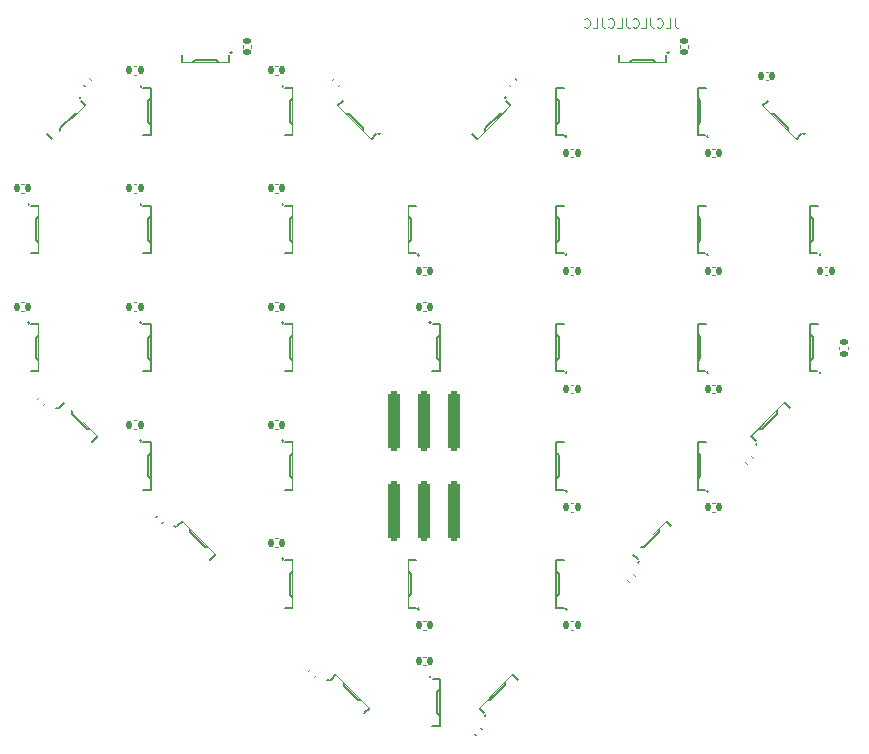
<source format=gbr>
%TF.GenerationSoftware,KiCad,Pcbnew,7.0.7*%
%TF.CreationDate,2023-11-30T00:30:33+01:00*%
%TF.ProjectId,geheimbadge,67656865-696d-4626-9164-67652e6b6963,0.1.0*%
%TF.SameCoordinates,Original*%
%TF.FileFunction,Legend,Bot*%
%TF.FilePolarity,Positive*%
%FSLAX46Y46*%
G04 Gerber Fmt 4.6, Leading zero omitted, Abs format (unit mm)*
G04 Created by KiCad (PCBNEW 7.0.7) date 2023-11-30 00:30:33*
%MOMM*%
%LPD*%
G01*
G04 APERTURE LIST*
G04 Aperture macros list*
%AMRoundRect*
0 Rectangle with rounded corners*
0 $1 Rounding radius*
0 $2 $3 $4 $5 $6 $7 $8 $9 X,Y pos of 4 corners*
0 Add a 4 corners polygon primitive as box body*
4,1,4,$2,$3,$4,$5,$6,$7,$8,$9,$2,$3,0*
0 Add four circle primitives for the rounded corners*
1,1,$1+$1,$2,$3*
1,1,$1+$1,$4,$5*
1,1,$1+$1,$6,$7*
1,1,$1+$1,$8,$9*
0 Add four rect primitives between the rounded corners*
20,1,$1+$1,$2,$3,$4,$5,0*
20,1,$1+$1,$4,$5,$6,$7,0*
20,1,$1+$1,$6,$7,$8,$9,0*
20,1,$1+$1,$8,$9,$2,$3,0*%
%AMRotRect*
0 Rectangle, with rotation*
0 The origin of the aperture is its center*
0 $1 length*
0 $2 width*
0 $3 Rotation angle, in degrees counterclockwise*
0 Add horizontal line*
21,1,$1,$2,0,0,$3*%
%AMFreePoly0*
4,1,27,0.535355,0.635355,0.550000,0.600000,0.550000,-0.600000,0.535355,-0.635355,0.500000,-0.650000,-0.050000,-0.650000,-0.085355,-0.635355,-0.100000,-0.600000,-0.100000,-0.486441,-0.207708,-0.454816,-0.293003,-0.400000,-0.500000,-0.400000,-0.535355,-0.385355,-0.550000,-0.350000,-0.550000,0.200000,-0.535355,0.235355,-0.500000,0.250000,-0.429907,0.250000,-0.420627,0.270320,-0.327430,0.377875,
-0.207708,0.454816,-0.100000,0.486441,-0.100000,0.600000,-0.085355,0.635355,-0.050000,0.650000,0.500000,0.650000,0.535355,0.635355,0.535355,0.635355,$1*%
%AMFreePoly1*
4,1,27,0.085355,0.635355,0.100000,0.600000,0.100000,0.486441,0.207708,0.454816,0.327430,0.377875,0.420627,0.270320,0.429907,0.250000,0.500000,0.250000,0.535355,0.235355,0.550000,0.200000,0.550000,-0.350000,0.535355,-0.385355,0.500000,-0.400000,0.293003,-0.400000,0.207708,-0.454816,0.100000,-0.486441,0.100000,-0.600000,0.085355,-0.635355,0.050000,-0.650000,-0.500000,-0.650000,
-0.535355,-0.635355,-0.550000,-0.600000,-0.550000,0.600000,-0.535355,0.635355,-0.500000,0.650000,0.050000,0.650000,0.085355,0.635355,0.085355,0.635355,$1*%
G04 Aperture macros list end*
%ADD10C,0.120000*%
%ADD11C,0.152000*%
%ADD12C,0.150000*%
%ADD13RoundRect,0.140000X-0.140000X-0.170000X0.140000X-0.170000X0.140000X0.170000X-0.140000X0.170000X0*%
%ADD14RoundRect,0.140000X0.219203X0.021213X0.021213X0.219203X-0.219203X-0.021213X-0.021213X-0.219203X0*%
%ADD15FreePoly0,270.000000*%
%ADD16R,1.200000X0.700000*%
%ADD17R,1.200000X0.450000*%
%ADD18FreePoly1,270.000000*%
%ADD19RoundRect,0.140000X-0.021213X0.219203X-0.219203X0.021213X0.021213X-0.219203X0.219203X-0.021213X0*%
%ADD20FreePoly0,90.000000*%
%ADD21FreePoly1,90.000000*%
%ADD22RoundRect,0.140000X0.021213X-0.219203X0.219203X-0.021213X-0.021213X0.219203X-0.219203X0.021213X0*%
%ADD23RoundRect,0.140000X0.140000X0.170000X-0.140000X0.170000X-0.140000X-0.170000X0.140000X-0.170000X0*%
%ADD24FreePoly0,180.000000*%
%ADD25R,0.700000X1.200000*%
%ADD26R,0.450000X1.200000*%
%ADD27FreePoly1,180.000000*%
%ADD28RoundRect,0.255000X-0.255000X2.245000X-0.255000X-2.245000X0.255000X-2.245000X0.255000X2.245000X0*%
%ADD29FreePoly0,315.000000*%
%ADD30RotRect,0.700000X1.200000X315.000000*%
%ADD31RotRect,0.450000X1.200000X315.000000*%
%ADD32FreePoly1,315.000000*%
%ADD33FreePoly0,135.000000*%
%ADD34RotRect,0.700000X1.200000X135.000000*%
%ADD35RotRect,0.450000X1.200000X135.000000*%
%ADD36FreePoly1,135.000000*%
%ADD37FreePoly0,45.000000*%
%ADD38RotRect,0.700000X1.200000X45.000000*%
%ADD39RotRect,0.450000X1.200000X45.000000*%
%ADD40FreePoly1,45.000000*%
%ADD41FreePoly0,225.000000*%
%ADD42RotRect,0.700000X1.200000X225.000000*%
%ADD43RotRect,0.450000X1.200000X225.000000*%
%ADD44FreePoly1,225.000000*%
%ADD45RoundRect,0.140000X0.170000X-0.140000X0.170000X0.140000X-0.170000X0.140000X-0.170000X-0.140000X0*%
%ADD46RoundRect,0.140000X-0.170000X0.140000X-0.170000X-0.140000X0.170000X-0.140000X0.170000X0.140000X0*%
%ADD47RoundRect,0.140000X-0.219203X-0.021213X-0.021213X-0.219203X0.219203X0.021213X0.021213X0.219203X0*%
G04 APERTURE END LIST*
D10*
X121195238Y-88095855D02*
X121195238Y-88667283D01*
X121195238Y-88667283D02*
X121233333Y-88781569D01*
X121233333Y-88781569D02*
X121309524Y-88857760D01*
X121309524Y-88857760D02*
X121423809Y-88895855D01*
X121423809Y-88895855D02*
X121500000Y-88895855D01*
X120433333Y-88895855D02*
X120814285Y-88895855D01*
X120814285Y-88895855D02*
X120814285Y-88095855D01*
X119709523Y-88819664D02*
X119747619Y-88857760D01*
X119747619Y-88857760D02*
X119861904Y-88895855D01*
X119861904Y-88895855D02*
X119938095Y-88895855D01*
X119938095Y-88895855D02*
X120052381Y-88857760D01*
X120052381Y-88857760D02*
X120128571Y-88781569D01*
X120128571Y-88781569D02*
X120166666Y-88705379D01*
X120166666Y-88705379D02*
X120204762Y-88552998D01*
X120204762Y-88552998D02*
X120204762Y-88438712D01*
X120204762Y-88438712D02*
X120166666Y-88286331D01*
X120166666Y-88286331D02*
X120128571Y-88210140D01*
X120128571Y-88210140D02*
X120052381Y-88133950D01*
X120052381Y-88133950D02*
X119938095Y-88095855D01*
X119938095Y-88095855D02*
X119861904Y-88095855D01*
X119861904Y-88095855D02*
X119747619Y-88133950D01*
X119747619Y-88133950D02*
X119709523Y-88172045D01*
X119138095Y-88095855D02*
X119138095Y-88667283D01*
X119138095Y-88667283D02*
X119176190Y-88781569D01*
X119176190Y-88781569D02*
X119252381Y-88857760D01*
X119252381Y-88857760D02*
X119366666Y-88895855D01*
X119366666Y-88895855D02*
X119442857Y-88895855D01*
X118376190Y-88895855D02*
X118757142Y-88895855D01*
X118757142Y-88895855D02*
X118757142Y-88095855D01*
X117652380Y-88819664D02*
X117690476Y-88857760D01*
X117690476Y-88857760D02*
X117804761Y-88895855D01*
X117804761Y-88895855D02*
X117880952Y-88895855D01*
X117880952Y-88895855D02*
X117995238Y-88857760D01*
X117995238Y-88857760D02*
X118071428Y-88781569D01*
X118071428Y-88781569D02*
X118109523Y-88705379D01*
X118109523Y-88705379D02*
X118147619Y-88552998D01*
X118147619Y-88552998D02*
X118147619Y-88438712D01*
X118147619Y-88438712D02*
X118109523Y-88286331D01*
X118109523Y-88286331D02*
X118071428Y-88210140D01*
X118071428Y-88210140D02*
X117995238Y-88133950D01*
X117995238Y-88133950D02*
X117880952Y-88095855D01*
X117880952Y-88095855D02*
X117804761Y-88095855D01*
X117804761Y-88095855D02*
X117690476Y-88133950D01*
X117690476Y-88133950D02*
X117652380Y-88172045D01*
X117080952Y-88095855D02*
X117080952Y-88667283D01*
X117080952Y-88667283D02*
X117119047Y-88781569D01*
X117119047Y-88781569D02*
X117195238Y-88857760D01*
X117195238Y-88857760D02*
X117309523Y-88895855D01*
X117309523Y-88895855D02*
X117385714Y-88895855D01*
X116319047Y-88895855D02*
X116699999Y-88895855D01*
X116699999Y-88895855D02*
X116699999Y-88095855D01*
X115595237Y-88819664D02*
X115633333Y-88857760D01*
X115633333Y-88857760D02*
X115747618Y-88895855D01*
X115747618Y-88895855D02*
X115823809Y-88895855D01*
X115823809Y-88895855D02*
X115938095Y-88857760D01*
X115938095Y-88857760D02*
X116014285Y-88781569D01*
X116014285Y-88781569D02*
X116052380Y-88705379D01*
X116052380Y-88705379D02*
X116090476Y-88552998D01*
X116090476Y-88552998D02*
X116090476Y-88438712D01*
X116090476Y-88438712D02*
X116052380Y-88286331D01*
X116052380Y-88286331D02*
X116014285Y-88210140D01*
X116014285Y-88210140D02*
X115938095Y-88133950D01*
X115938095Y-88133950D02*
X115823809Y-88095855D01*
X115823809Y-88095855D02*
X115747618Y-88095855D01*
X115747618Y-88095855D02*
X115633333Y-88133950D01*
X115633333Y-88133950D02*
X115595237Y-88172045D01*
X115023809Y-88095855D02*
X115023809Y-88667283D01*
X115023809Y-88667283D02*
X115061904Y-88781569D01*
X115061904Y-88781569D02*
X115138095Y-88857760D01*
X115138095Y-88857760D02*
X115252380Y-88895855D01*
X115252380Y-88895855D02*
X115328571Y-88895855D01*
X114261904Y-88895855D02*
X114642856Y-88895855D01*
X114642856Y-88895855D02*
X114642856Y-88095855D01*
X113538094Y-88819664D02*
X113576190Y-88857760D01*
X113576190Y-88857760D02*
X113690475Y-88895855D01*
X113690475Y-88895855D02*
X113766666Y-88895855D01*
X113766666Y-88895855D02*
X113880952Y-88857760D01*
X113880952Y-88857760D02*
X113957142Y-88781569D01*
X113957142Y-88781569D02*
X113995237Y-88705379D01*
X113995237Y-88705379D02*
X114033333Y-88552998D01*
X114033333Y-88552998D02*
X114033333Y-88438712D01*
X114033333Y-88438712D02*
X113995237Y-88286331D01*
X113995237Y-88286331D02*
X113957142Y-88210140D01*
X113957142Y-88210140D02*
X113880952Y-88133950D01*
X113880952Y-88133950D02*
X113766666Y-88095855D01*
X113766666Y-88095855D02*
X113690475Y-88095855D01*
X113690475Y-88095855D02*
X113576190Y-88133950D01*
X113576190Y-88133950D02*
X113538094Y-88172045D01*
%TO.C,C11*%
X75392164Y-112140000D02*
X75607836Y-112140000D01*
X75392164Y-112860000D02*
X75607836Y-112860000D01*
%TO.C,C27*%
X117346820Y-135805683D02*
X117194317Y-135653180D01*
X117855937Y-135296566D02*
X117703434Y-135144063D01*
D11*
%TO.C,D4*%
X88862000Y-104000000D02*
X88210000Y-104000000D01*
X88862000Y-104828000D02*
X88862000Y-104875000D01*
X88862000Y-104875000D02*
X88612000Y-105125000D01*
X88612000Y-105125000D02*
X88612000Y-106888000D01*
X88612000Y-106888000D02*
X88862000Y-107138000D01*
X88862000Y-108000000D02*
X88862000Y-104000000D01*
X88185000Y-108000000D02*
X88862000Y-108000000D01*
D12*
X88063000Y-103875000D02*
G75*
G03*
X88063000Y-103875000I-75000J0D01*
G01*
D10*
%TO.C,C2*%
X92830810Y-93678307D02*
X92678307Y-93830810D01*
X92321693Y-93169190D02*
X92169190Y-93321693D01*
D11*
%TO.C,D38*%
X101362000Y-114000000D02*
X100710000Y-114000000D01*
X101362000Y-114828000D02*
X101362000Y-114875000D01*
X101362000Y-114875000D02*
X101112000Y-115125000D01*
X101112000Y-115125000D02*
X101112000Y-116888000D01*
X101112000Y-116888000D02*
X101362000Y-117138000D01*
X101362000Y-118000000D02*
X101362000Y-114000000D01*
X100685000Y-118000000D02*
X101362000Y-118000000D01*
D12*
X100563000Y-113875000D02*
G75*
G03*
X100563000Y-113875000I-75000J0D01*
G01*
D11*
%TO.C,D34*%
X132638000Y-108000000D02*
X133290000Y-108000000D01*
X132638000Y-107172000D02*
X132638000Y-107125000D01*
X132638000Y-107125000D02*
X132888000Y-106875000D01*
X132888000Y-106875000D02*
X132888000Y-105112000D01*
X132888000Y-105112000D02*
X132638000Y-104862000D01*
X132638000Y-104000000D02*
X132638000Y-108000000D01*
X133315000Y-104000000D02*
X132638000Y-104000000D01*
D12*
X133587000Y-108125000D02*
G75*
G03*
X133587000Y-108125000I-75000J0D01*
G01*
D11*
%TO.C,D11*%
X76862000Y-114000000D02*
X76210000Y-114000000D01*
X76862000Y-114828000D02*
X76862000Y-114875000D01*
X76862000Y-114875000D02*
X76612000Y-115125000D01*
X76612000Y-115125000D02*
X76612000Y-116888000D01*
X76612000Y-116888000D02*
X76862000Y-117138000D01*
X76862000Y-118000000D02*
X76862000Y-114000000D01*
X76185000Y-118000000D02*
X76862000Y-118000000D01*
D12*
X76063000Y-113875000D02*
G75*
G03*
X76063000Y-113875000I-75000J0D01*
G01*
D10*
%TO.C,C17*%
X77194317Y-130346820D02*
X77346820Y-130194317D01*
X77703434Y-130855937D02*
X77855937Y-130703434D01*
%TO.C,C15*%
X65892164Y-112140000D02*
X66107836Y-112140000D01*
X65892164Y-112860000D02*
X66107836Y-112860000D01*
%TO.C,C26*%
X112607836Y-99860000D02*
X112392164Y-99860000D01*
X112607836Y-99140000D02*
X112392164Y-99140000D01*
D11*
%TO.C,D28*%
X123138000Y-128000000D02*
X123790000Y-128000000D01*
X123138000Y-127172000D02*
X123138000Y-127125000D01*
X123138000Y-127125000D02*
X123388000Y-126875000D01*
X123388000Y-126875000D02*
X123388000Y-125112000D01*
X123388000Y-125112000D02*
X123138000Y-124862000D01*
X123138000Y-124000000D02*
X123138000Y-128000000D01*
X123815000Y-124000000D02*
X123138000Y-124000000D01*
D12*
X124087000Y-128125000D02*
G75*
G03*
X124087000Y-128125000I-75000J0D01*
G01*
D11*
%TO.C,D10*%
X76862000Y-104000000D02*
X76210000Y-104000000D01*
X76862000Y-104828000D02*
X76862000Y-104875000D01*
X76862000Y-104875000D02*
X76612000Y-105125000D01*
X76612000Y-105125000D02*
X76612000Y-106888000D01*
X76612000Y-106888000D02*
X76862000Y-107138000D01*
X76862000Y-108000000D02*
X76862000Y-104000000D01*
X76185000Y-108000000D02*
X76862000Y-108000000D01*
D12*
X76063000Y-103875000D02*
G75*
G03*
X76063000Y-103875000I-75000J0D01*
G01*
D11*
%TO.C,D22*%
X111138000Y-138000000D02*
X111790000Y-138000000D01*
X111138000Y-137172000D02*
X111138000Y-137125000D01*
X111138000Y-137125000D02*
X111388000Y-136875000D01*
X111388000Y-136875000D02*
X111388000Y-135112000D01*
X111388000Y-135112000D02*
X111138000Y-134862000D01*
X111138000Y-134000000D02*
X111138000Y-138000000D01*
X111815000Y-134000000D02*
X111138000Y-134000000D01*
D12*
X112087000Y-138125000D02*
G75*
G03*
X112087000Y-138125000I-75000J0D01*
G01*
D10*
%TO.C,C28*%
X124607836Y-129860000D02*
X124392164Y-129860000D01*
X124607836Y-129140000D02*
X124392164Y-129140000D01*
D11*
%TO.C,D36*%
X120500000Y-91862000D02*
X120500000Y-91210000D01*
X119672000Y-91862000D02*
X119625000Y-91862000D01*
X119625000Y-91862000D02*
X119375000Y-91612000D01*
X119375000Y-91612000D02*
X117612000Y-91612000D01*
X117612000Y-91612000D02*
X117362000Y-91862000D01*
X116500000Y-91862000D02*
X120500000Y-91862000D01*
X116500000Y-91185000D02*
X116500000Y-91862000D01*
D12*
X120700000Y-90988000D02*
G75*
G03*
X120700000Y-90988000I-75000J0D01*
G01*
D10*
%TO.C,C18*%
X90194317Y-143346820D02*
X90346820Y-143194317D01*
X90703434Y-143855937D02*
X90855937Y-143703434D01*
D11*
%TO.C,D14*%
X67362000Y-104000000D02*
X66710000Y-104000000D01*
X67362000Y-104828000D02*
X67362000Y-104875000D01*
X67362000Y-104875000D02*
X67112000Y-105125000D01*
X67112000Y-105125000D02*
X67112000Y-106888000D01*
X67112000Y-106888000D02*
X67362000Y-107138000D01*
X67362000Y-108000000D02*
X67362000Y-104000000D01*
X66685000Y-108000000D02*
X67362000Y-108000000D01*
D12*
X66563000Y-103875000D02*
G75*
G03*
X66563000Y-103875000I-75000J0D01*
G01*
D11*
%TO.C,D23*%
X111138000Y-128000000D02*
X111790000Y-128000000D01*
X111138000Y-127172000D02*
X111138000Y-127125000D01*
X111138000Y-127125000D02*
X111388000Y-126875000D01*
X111388000Y-126875000D02*
X111388000Y-125112000D01*
X111388000Y-125112000D02*
X111138000Y-124862000D01*
X111138000Y-124000000D02*
X111138000Y-128000000D01*
X111815000Y-124000000D02*
X111138000Y-124000000D01*
D12*
X112087000Y-128125000D02*
G75*
G03*
X112087000Y-128125000I-75000J0D01*
G01*
D10*
%TO.C,C22*%
X112607836Y-139860000D02*
X112392164Y-139860000D01*
X112607836Y-139140000D02*
X112392164Y-139140000D01*
D11*
%TO.C,D30*%
X123138000Y-108000000D02*
X123790000Y-108000000D01*
X123138000Y-107172000D02*
X123138000Y-107125000D01*
X123138000Y-107125000D02*
X123388000Y-106875000D01*
X123388000Y-106875000D02*
X123388000Y-105112000D01*
X123388000Y-105112000D02*
X123138000Y-104862000D01*
X123138000Y-104000000D02*
X123138000Y-108000000D01*
X123815000Y-104000000D02*
X123138000Y-104000000D01*
D12*
X124087000Y-108125000D02*
G75*
G03*
X124087000Y-108125000I-75000J0D01*
G01*
D10*
%TO.C,C3*%
X87392164Y-92140000D02*
X87607836Y-92140000D01*
X87392164Y-92860000D02*
X87607836Y-92860000D01*
%TO.C,C38*%
X99892164Y-112140000D02*
X100107836Y-112140000D01*
X99892164Y-112860000D02*
X100107836Y-112860000D01*
%TO.C,J1*%
X107730000Y-121415000D02*
X107730000Y-130585000D01*
X103550000Y-121415000D02*
X107730000Y-121415000D01*
X96450000Y-121415000D02*
X96450000Y-119915000D01*
X96450000Y-121415000D02*
X92270000Y-121415000D01*
X92270000Y-121415000D02*
X92270000Y-130585000D01*
X107730000Y-130585000D02*
X103550000Y-130585000D01*
X92270000Y-130585000D02*
X96450000Y-130585000D01*
D11*
%TO.C,D17*%
X79548866Y-130622707D02*
X79087832Y-131083741D01*
X80134350Y-131208191D02*
X80167584Y-131241425D01*
X80167584Y-131241425D02*
X80167584Y-131594979D01*
X80167584Y-131594979D02*
X81414214Y-132841608D01*
X81414214Y-132841608D02*
X81767767Y-132841608D01*
X82377293Y-133451134D02*
X79548866Y-130622707D01*
X81898582Y-133929845D02*
X82377293Y-133451134D01*
D12*
X78917466Y-131152330D02*
G75*
G03*
X78917466Y-131152330I-75000J0D01*
G01*
D11*
%TO.C,D1*%
X98638000Y-108000000D02*
X99290000Y-108000000D01*
X98638000Y-107172000D02*
X98638000Y-107125000D01*
X98638000Y-107125000D02*
X98888000Y-106875000D01*
X98888000Y-106875000D02*
X98888000Y-105112000D01*
X98888000Y-105112000D02*
X98638000Y-104862000D01*
X98638000Y-104000000D02*
X98638000Y-108000000D01*
X99315000Y-104000000D02*
X98638000Y-104000000D01*
D12*
X99587000Y-108125000D02*
G75*
G03*
X99587000Y-108125000I-75000J0D01*
G01*
D10*
%TO.C,C34*%
X134107836Y-109860000D02*
X133892164Y-109860000D01*
X134107836Y-109140000D02*
X133892164Y-109140000D01*
%TO.C,C16*%
X67194317Y-120346820D02*
X67346820Y-120194317D01*
X67703434Y-120855937D02*
X67855937Y-120703434D01*
D11*
%TO.C,D20*%
X101362000Y-144000000D02*
X100710000Y-144000000D01*
X101362000Y-144828000D02*
X101362000Y-144875000D01*
X101362000Y-144875000D02*
X101112000Y-145125000D01*
X101112000Y-145125000D02*
X101112000Y-146888000D01*
X101112000Y-146888000D02*
X101362000Y-147138000D01*
X101362000Y-148000000D02*
X101362000Y-144000000D01*
X100685000Y-148000000D02*
X101362000Y-148000000D01*
D12*
X100563000Y-143875000D02*
G75*
G03*
X100563000Y-143875000I-75000J0D01*
G01*
D10*
%TO.C,C14*%
X65892164Y-102140000D02*
X66107836Y-102140000D01*
X65892164Y-102860000D02*
X66107836Y-102860000D01*
%TO.C,C32*%
X127346820Y-125805683D02*
X127194317Y-125653180D01*
X127855937Y-125296566D02*
X127703434Y-125144063D01*
D11*
%TO.C,D35*%
X131451134Y-98377293D02*
X131912168Y-97916259D01*
X130865650Y-97791809D02*
X130832416Y-97758575D01*
X130832416Y-97758575D02*
X130832416Y-97405021D01*
X130832416Y-97405021D02*
X129585786Y-96158392D01*
X129585786Y-96158392D02*
X129232233Y-96158392D01*
X128622707Y-95548866D02*
X131451134Y-98377293D01*
X129101418Y-95070155D02*
X128622707Y-95548866D01*
D12*
X132232534Y-97847670D02*
G75*
G03*
X132232534Y-97847670I-75000J0D01*
G01*
D10*
%TO.C,C12*%
X75392164Y-122140000D02*
X75607836Y-122140000D01*
X75392164Y-122860000D02*
X75607836Y-122860000D01*
%TO.C,C23*%
X112607836Y-129860000D02*
X112392164Y-129860000D01*
X112607836Y-129140000D02*
X112392164Y-129140000D01*
D11*
%TO.C,D15*%
X67362000Y-114000000D02*
X66710000Y-114000000D01*
X67362000Y-114828000D02*
X67362000Y-114875000D01*
X67362000Y-114875000D02*
X67112000Y-115125000D01*
X67112000Y-115125000D02*
X67112000Y-116888000D01*
X67112000Y-116888000D02*
X67362000Y-117138000D01*
X67362000Y-118000000D02*
X67362000Y-114000000D01*
X66685000Y-118000000D02*
X67362000Y-118000000D01*
D12*
X66563000Y-113875000D02*
G75*
G03*
X66563000Y-113875000I-75000J0D01*
G01*
D10*
%TO.C,C24*%
X112607836Y-119860000D02*
X112392164Y-119860000D01*
X112607836Y-119140000D02*
X112392164Y-119140000D01*
D11*
%TO.C,D27*%
X117622707Y-133451134D02*
X118083741Y-133912168D01*
X118208191Y-132865650D02*
X118241425Y-132832416D01*
X118241425Y-132832416D02*
X118594979Y-132832416D01*
X118594979Y-132832416D02*
X119841608Y-131585786D01*
X119841608Y-131585786D02*
X119841608Y-131232233D01*
X120451134Y-130622707D02*
X117622707Y-133451134D01*
X120929845Y-131101418D02*
X120451134Y-130622707D01*
D12*
X118227330Y-134157534D02*
G75*
G03*
X118227330Y-134157534I-75000J0D01*
G01*
D11*
%TO.C,D37*%
X107377293Y-95548866D02*
X106916259Y-95087832D01*
X106791809Y-96134350D02*
X106758575Y-96167584D01*
X106758575Y-96167584D02*
X106405021Y-96167584D01*
X106405021Y-96167584D02*
X105158392Y-97414214D01*
X105158392Y-97414214D02*
X105158392Y-97767767D01*
X104548866Y-98377293D02*
X107377293Y-95548866D01*
X104070155Y-97898582D02*
X104548866Y-98377293D01*
D12*
X106922670Y-94842466D02*
G75*
G03*
X106922670Y-94842466I-75000J0D01*
G01*
D10*
%TO.C,C30*%
X124607836Y-109860000D02*
X124392164Y-109860000D01*
X124607836Y-109140000D02*
X124392164Y-109140000D01*
D11*
%TO.C,D8*%
X83500000Y-91862000D02*
X83500000Y-91210000D01*
X82672000Y-91862000D02*
X82625000Y-91862000D01*
X82625000Y-91862000D02*
X82375000Y-91612000D01*
X82375000Y-91612000D02*
X80612000Y-91612000D01*
X80612000Y-91612000D02*
X80362000Y-91862000D01*
X79500000Y-91862000D02*
X83500000Y-91862000D01*
X79500000Y-91185000D02*
X79500000Y-91862000D01*
D12*
X83700000Y-90988000D02*
G75*
G03*
X83700000Y-90988000I-75000J0D01*
G01*
D11*
%TO.C,D33*%
X132638000Y-118000000D02*
X133290000Y-118000000D01*
X132638000Y-117172000D02*
X132638000Y-117125000D01*
X132638000Y-117125000D02*
X132888000Y-116875000D01*
X132888000Y-116875000D02*
X132888000Y-115112000D01*
X132888000Y-115112000D02*
X132638000Y-114862000D01*
X132638000Y-114000000D02*
X132638000Y-118000000D01*
X133315000Y-114000000D02*
X132638000Y-114000000D01*
D12*
X133587000Y-118125000D02*
G75*
G03*
X133587000Y-118125000I-75000J0D01*
G01*
D11*
%TO.C,D3*%
X88862000Y-94000000D02*
X88210000Y-94000000D01*
X88862000Y-94828000D02*
X88862000Y-94875000D01*
X88862000Y-94875000D02*
X88612000Y-95125000D01*
X88612000Y-95125000D02*
X88612000Y-96888000D01*
X88612000Y-96888000D02*
X88862000Y-97138000D01*
X88862000Y-98000000D02*
X88862000Y-94000000D01*
X88185000Y-98000000D02*
X88862000Y-98000000D01*
D12*
X88063000Y-93875000D02*
G75*
G03*
X88063000Y-93875000I-75000J0D01*
G01*
D10*
%TO.C,C6*%
X87392164Y-122140000D02*
X87607836Y-122140000D01*
X87392164Y-122860000D02*
X87607836Y-122860000D01*
D11*
%TO.C,D32*%
X127622707Y-123451134D02*
X128083741Y-123912168D01*
X128208191Y-122865650D02*
X128241425Y-122832416D01*
X128241425Y-122832416D02*
X128594979Y-122832416D01*
X128594979Y-122832416D02*
X129841608Y-121585786D01*
X129841608Y-121585786D02*
X129841608Y-121232233D01*
X130451134Y-120622707D02*
X127622707Y-123451134D01*
X130929845Y-121101418D02*
X130451134Y-120622707D01*
D12*
X128227330Y-124157534D02*
G75*
G03*
X128227330Y-124157534I-75000J0D01*
G01*
D10*
%TO.C,C19*%
X100107836Y-139860000D02*
X99892164Y-139860000D01*
X100107836Y-139140000D02*
X99892164Y-139140000D01*
%TO.C,C33*%
X135140000Y-116107836D02*
X135140000Y-115892164D01*
X135860000Y-116107836D02*
X135860000Y-115892164D01*
D11*
%TO.C,D25*%
X111138000Y-108000000D02*
X111790000Y-108000000D01*
X111138000Y-107172000D02*
X111138000Y-107125000D01*
X111138000Y-107125000D02*
X111388000Y-106875000D01*
X111388000Y-106875000D02*
X111388000Y-105112000D01*
X111388000Y-105112000D02*
X111138000Y-104862000D01*
X111138000Y-104000000D02*
X111138000Y-108000000D01*
X111815000Y-104000000D02*
X111138000Y-104000000D01*
D12*
X112087000Y-108125000D02*
G75*
G03*
X112087000Y-108125000I-75000J0D01*
G01*
D10*
%TO.C,C31*%
X124607836Y-99860000D02*
X124392164Y-99860000D01*
X124607836Y-99140000D02*
X124392164Y-99140000D01*
%TO.C,C21*%
X104346820Y-148805683D02*
X104194317Y-148653180D01*
X104855937Y-148296566D02*
X104703434Y-148144063D01*
D11*
%TO.C,D18*%
X92548866Y-143622707D02*
X92087832Y-144083741D01*
X93134350Y-144208191D02*
X93167584Y-144241425D01*
X93167584Y-144241425D02*
X93167584Y-144594979D01*
X93167584Y-144594979D02*
X94414214Y-145841608D01*
X94414214Y-145841608D02*
X94767767Y-145841608D01*
X95377293Y-146451134D02*
X92548866Y-143622707D01*
X94898582Y-146929845D02*
X95377293Y-146451134D01*
D12*
X91917466Y-144152330D02*
G75*
G03*
X91917466Y-144152330I-75000J0D01*
G01*
D11*
%TO.C,D26*%
X111138000Y-98000000D02*
X111790000Y-98000000D01*
X111138000Y-97172000D02*
X111138000Y-97125000D01*
X111138000Y-97125000D02*
X111388000Y-96875000D01*
X111388000Y-96875000D02*
X111388000Y-95112000D01*
X111388000Y-95112000D02*
X111138000Y-94862000D01*
X111138000Y-94000000D02*
X111138000Y-98000000D01*
X111815000Y-94000000D02*
X111138000Y-94000000D01*
D12*
X112087000Y-98125000D02*
G75*
G03*
X112087000Y-98125000I-75000J0D01*
G01*
D11*
%TO.C,D24*%
X111138000Y-118000000D02*
X111790000Y-118000000D01*
X111138000Y-117172000D02*
X111138000Y-117125000D01*
X111138000Y-117125000D02*
X111388000Y-116875000D01*
X111388000Y-116875000D02*
X111388000Y-115112000D01*
X111388000Y-115112000D02*
X111138000Y-114862000D01*
X111138000Y-114000000D02*
X111138000Y-118000000D01*
X111815000Y-114000000D02*
X111138000Y-114000000D01*
D12*
X112087000Y-118125000D02*
G75*
G03*
X112087000Y-118125000I-75000J0D01*
G01*
D10*
%TO.C,C5*%
X87392164Y-112140000D02*
X87607836Y-112140000D01*
X87392164Y-112860000D02*
X87607836Y-112860000D01*
D11*
%TO.C,D9*%
X76862000Y-94000000D02*
X76210000Y-94000000D01*
X76862000Y-94828000D02*
X76862000Y-94875000D01*
X76862000Y-94875000D02*
X76612000Y-95125000D01*
X76612000Y-95125000D02*
X76612000Y-96888000D01*
X76612000Y-96888000D02*
X76862000Y-97138000D01*
X76862000Y-98000000D02*
X76862000Y-94000000D01*
X76185000Y-98000000D02*
X76862000Y-98000000D01*
D12*
X76063000Y-93875000D02*
G75*
G03*
X76063000Y-93875000I-75000J0D01*
G01*
D10*
%TO.C,C35*%
X129107836Y-93360000D02*
X128892164Y-93360000D01*
X129107836Y-92640000D02*
X128892164Y-92640000D01*
%TO.C,C8*%
X85360000Y-90392164D02*
X85360000Y-90607836D01*
X84640000Y-90392164D02*
X84640000Y-90607836D01*
%TO.C,C1*%
X100107836Y-109860000D02*
X99892164Y-109860000D01*
X100107836Y-109140000D02*
X99892164Y-109140000D01*
%TO.C,C10*%
X75392164Y-102140000D02*
X75607836Y-102140000D01*
X75392164Y-102860000D02*
X75607836Y-102860000D01*
D11*
%TO.C,D21*%
X104622707Y-146451134D02*
X105083741Y-146912168D01*
X105208191Y-145865650D02*
X105241425Y-145832416D01*
X105241425Y-145832416D02*
X105594979Y-145832416D01*
X105594979Y-145832416D02*
X106841608Y-144585786D01*
X106841608Y-144585786D02*
X106841608Y-144232233D01*
X107451134Y-143622707D02*
X104622707Y-146451134D01*
X107929845Y-144101418D02*
X107451134Y-143622707D01*
D12*
X105227330Y-147157534D02*
G75*
G03*
X105227330Y-147157534I-75000J0D01*
G01*
D10*
%TO.C,C4*%
X87392164Y-102140000D02*
X87607836Y-102140000D01*
X87392164Y-102860000D02*
X87607836Y-102860000D01*
D11*
%TO.C,D13*%
X71377293Y-95548866D02*
X70916259Y-95087832D01*
X70791809Y-96134350D02*
X70758575Y-96167584D01*
X70758575Y-96167584D02*
X70405021Y-96167584D01*
X70405021Y-96167584D02*
X69158392Y-97414214D01*
X69158392Y-97414214D02*
X69158392Y-97767767D01*
X68548866Y-98377293D02*
X71377293Y-95548866D01*
X68070155Y-97898582D02*
X68548866Y-98377293D01*
D12*
X70922670Y-94842466D02*
G75*
G03*
X70922670Y-94842466I-75000J0D01*
G01*
D11*
%TO.C,D19*%
X98638000Y-138000000D02*
X99290000Y-138000000D01*
X98638000Y-137172000D02*
X98638000Y-137125000D01*
X98638000Y-137125000D02*
X98888000Y-136875000D01*
X98888000Y-136875000D02*
X98888000Y-135112000D01*
X98888000Y-135112000D02*
X98638000Y-134862000D01*
X98638000Y-134000000D02*
X98638000Y-138000000D01*
X99315000Y-134000000D02*
X98638000Y-134000000D01*
D12*
X99587000Y-138125000D02*
G75*
G03*
X99587000Y-138125000I-75000J0D01*
G01*
D11*
%TO.C,D29*%
X123138000Y-118000000D02*
X123790000Y-118000000D01*
X123138000Y-117172000D02*
X123138000Y-117125000D01*
X123138000Y-117125000D02*
X123388000Y-116875000D01*
X123388000Y-116875000D02*
X123388000Y-115112000D01*
X123388000Y-115112000D02*
X123138000Y-114862000D01*
X123138000Y-114000000D02*
X123138000Y-118000000D01*
X123815000Y-114000000D02*
X123138000Y-114000000D01*
D12*
X124087000Y-118125000D02*
G75*
G03*
X124087000Y-118125000I-75000J0D01*
G01*
D11*
%TO.C,D12*%
X76862000Y-124000000D02*
X76210000Y-124000000D01*
X76862000Y-124828000D02*
X76862000Y-124875000D01*
X76862000Y-124875000D02*
X76612000Y-125125000D01*
X76612000Y-125125000D02*
X76612000Y-126888000D01*
X76612000Y-126888000D02*
X76862000Y-127138000D01*
X76862000Y-128000000D02*
X76862000Y-124000000D01*
X76185000Y-128000000D02*
X76862000Y-128000000D01*
D12*
X76063000Y-123875000D02*
G75*
G03*
X76063000Y-123875000I-75000J0D01*
G01*
D10*
%TO.C,C9*%
X75392164Y-92140000D02*
X75607836Y-92140000D01*
X75392164Y-92860000D02*
X75607836Y-92860000D01*
%TO.C,C29*%
X124607836Y-119860000D02*
X124392164Y-119860000D01*
X124607836Y-119140000D02*
X124392164Y-119140000D01*
%TO.C,C7*%
X87392164Y-132140000D02*
X87607836Y-132140000D01*
X87392164Y-132860000D02*
X87607836Y-132860000D01*
%TO.C,C20*%
X99892164Y-142140000D02*
X100107836Y-142140000D01*
X99892164Y-142860000D02*
X100107836Y-142860000D01*
D11*
%TO.C,D7*%
X88862000Y-134000000D02*
X88210000Y-134000000D01*
X88862000Y-134828000D02*
X88862000Y-134875000D01*
X88862000Y-134875000D02*
X88612000Y-135125000D01*
X88612000Y-135125000D02*
X88612000Y-136888000D01*
X88612000Y-136888000D02*
X88862000Y-137138000D01*
X88862000Y-138000000D02*
X88862000Y-134000000D01*
X88185000Y-138000000D02*
X88862000Y-138000000D01*
D12*
X88063000Y-133875000D02*
G75*
G03*
X88063000Y-133875000I-75000J0D01*
G01*
D11*
%TO.C,D5*%
X88862000Y-114000000D02*
X88210000Y-114000000D01*
X88862000Y-114828000D02*
X88862000Y-114875000D01*
X88862000Y-114875000D02*
X88612000Y-115125000D01*
X88612000Y-115125000D02*
X88612000Y-116888000D01*
X88612000Y-116888000D02*
X88862000Y-117138000D01*
X88862000Y-118000000D02*
X88862000Y-114000000D01*
X88185000Y-118000000D02*
X88862000Y-118000000D01*
D12*
X88063000Y-113875000D02*
G75*
G03*
X88063000Y-113875000I-75000J0D01*
G01*
D10*
%TO.C,C36*%
X122360000Y-90392164D02*
X122360000Y-90607836D01*
X121640000Y-90392164D02*
X121640000Y-90607836D01*
D11*
%TO.C,D31*%
X123138000Y-98000000D02*
X123790000Y-98000000D01*
X123138000Y-97172000D02*
X123138000Y-97125000D01*
X123138000Y-97125000D02*
X123388000Y-96875000D01*
X123388000Y-96875000D02*
X123388000Y-95112000D01*
X123388000Y-95112000D02*
X123138000Y-94862000D01*
X123138000Y-94000000D02*
X123138000Y-98000000D01*
X123815000Y-94000000D02*
X123138000Y-94000000D01*
D12*
X124087000Y-98125000D02*
G75*
G03*
X124087000Y-98125000I-75000J0D01*
G01*
D11*
%TO.C,D2*%
X95451134Y-98377293D02*
X95912168Y-97916259D01*
X94865650Y-97791809D02*
X94832416Y-97758575D01*
X94832416Y-97758575D02*
X94832416Y-97405021D01*
X94832416Y-97405021D02*
X93585786Y-96158392D01*
X93585786Y-96158392D02*
X93232233Y-96158392D01*
X92622707Y-95548866D02*
X95451134Y-98377293D01*
X93101418Y-95070155D02*
X92622707Y-95548866D01*
D12*
X96232534Y-97847670D02*
G75*
G03*
X96232534Y-97847670I-75000J0D01*
G01*
D11*
%TO.C,D6*%
X88862000Y-124000000D02*
X88210000Y-124000000D01*
X88862000Y-124828000D02*
X88862000Y-124875000D01*
X88862000Y-124875000D02*
X88612000Y-125125000D01*
X88612000Y-125125000D02*
X88612000Y-126888000D01*
X88612000Y-126888000D02*
X88862000Y-127138000D01*
X88862000Y-128000000D02*
X88862000Y-124000000D01*
X88185000Y-128000000D02*
X88862000Y-128000000D01*
D12*
X88063000Y-123875000D02*
G75*
G03*
X88063000Y-123875000I-75000J0D01*
G01*
D11*
%TO.C,D16*%
X69548866Y-120622707D02*
X69087832Y-121083741D01*
X70134350Y-121208191D02*
X70167584Y-121241425D01*
X70167584Y-121241425D02*
X70167584Y-121594979D01*
X70167584Y-121594979D02*
X71414214Y-122841608D01*
X71414214Y-122841608D02*
X71767767Y-122841608D01*
X72377293Y-123451134D02*
X69548866Y-120622707D01*
X71898582Y-123929845D02*
X72377293Y-123451134D01*
D12*
X68917466Y-121152330D02*
G75*
G03*
X68917466Y-121152330I-75000J0D01*
G01*
D10*
%TO.C,C37*%
X107653180Y-93194317D02*
X107805683Y-93346820D01*
X107144063Y-93703434D02*
X107296566Y-93855937D01*
%TO.C,C13*%
X71653180Y-93194317D02*
X71805683Y-93346820D01*
X71144063Y-93703434D02*
X71296566Y-93855937D01*
%TO.C,C25*%
X112607836Y-109860000D02*
X112392164Y-109860000D01*
X112607836Y-109140000D02*
X112392164Y-109140000D01*
%TD*%
%LPC*%
D12*
X111000000Y-140000000D02*
X101500000Y-149500000D01*
X101500000Y-133000000D01*
X103500000Y-133000000D01*
X103500000Y-126500000D01*
X101500000Y-126500000D01*
X101500000Y-125500000D01*
X103500000Y-125500000D01*
X103500000Y-119000000D01*
X101500000Y-119000000D01*
X101500000Y-101500000D01*
X111000000Y-92000000D01*
X111000000Y-140000000D01*
G36*
X111000000Y-140000000D02*
G01*
X101500000Y-149500000D01*
X101500000Y-133000000D01*
X103500000Y-133000000D01*
X103500000Y-126500000D01*
X101500000Y-126500000D01*
X101500000Y-125500000D01*
X103500000Y-125500000D01*
X103500000Y-119000000D01*
X101500000Y-119000000D01*
X101500000Y-101500000D01*
X111000000Y-92000000D01*
X111000000Y-140000000D01*
G37*
X132500000Y-99500000D02*
X132500000Y-118500000D01*
X126000000Y-125000000D01*
X126000000Y-93000000D01*
X132500000Y-99500000D01*
G36*
X132500000Y-99500000D02*
G01*
X132500000Y-118500000D01*
X126000000Y-125000000D01*
X126000000Y-93000000D01*
X132500000Y-99500000D01*
G37*
X74000000Y-125000000D02*
X67500000Y-118500000D01*
X67500000Y-99500000D01*
X74000000Y-93000000D01*
X74000000Y-125000000D01*
G36*
X74000000Y-125000000D02*
G01*
X67500000Y-118500000D01*
X67500000Y-99500000D01*
X74000000Y-93000000D01*
X74000000Y-125000000D01*
G37*
X86000000Y-137000000D02*
X77000000Y-128000000D01*
X77000000Y-92000000D01*
X86000000Y-92000000D01*
X86000000Y-137000000D01*
G36*
X86000000Y-137000000D02*
G01*
X77000000Y-128000000D01*
X77000000Y-92000000D01*
X86000000Y-92000000D01*
X86000000Y-137000000D01*
G37*
X98500000Y-101500000D02*
X98500000Y-119000000D01*
X96500000Y-119000000D01*
X96500000Y-125500000D01*
X98500000Y-125500000D01*
X98500000Y-126500000D01*
X96500000Y-126500000D01*
X96500000Y-133000000D01*
X98500000Y-133000000D01*
X98500000Y-149500000D01*
X89000000Y-140000000D01*
X89000000Y-92000000D01*
X98500000Y-101500000D01*
G36*
X98500000Y-101500000D02*
G01*
X98500000Y-119000000D01*
X96500000Y-119000000D01*
X96500000Y-125500000D01*
X98500000Y-125500000D01*
X98500000Y-126500000D01*
X96500000Y-126500000D01*
X96500000Y-133000000D01*
X98500000Y-133000000D01*
X98500000Y-149500000D01*
X89000000Y-140000000D01*
X89000000Y-92000000D01*
X98500000Y-101500000D01*
G37*
X123000000Y-128000000D02*
X114000000Y-137000000D01*
X114000000Y-92000000D01*
X123000000Y-92000000D01*
X123000000Y-128000000D01*
G36*
X123000000Y-128000000D02*
G01*
X114000000Y-137000000D01*
X114000000Y-92000000D01*
X123000000Y-92000000D01*
X123000000Y-128000000D01*
G37*
D13*
%TO.C,C11*%
X75020000Y-112500000D03*
X75980000Y-112500000D03*
%TD*%
D14*
%TO.C,C27*%
X117864538Y-135814284D03*
X117185716Y-135135462D03*
%TD*%
D15*
%TO.C,D4*%
X87513000Y-104200000D03*
D16*
X87487000Y-105550000D03*
D17*
X87487000Y-106575000D03*
D18*
X87487000Y-107800000D03*
%TD*%
D19*
%TO.C,C2*%
X92839411Y-93160589D03*
X92160589Y-93839411D03*
%TD*%
D15*
%TO.C,D38*%
X100013000Y-114200000D03*
D16*
X99987000Y-115550000D03*
D17*
X99987000Y-116575000D03*
D18*
X99987000Y-117800000D03*
%TD*%
D20*
%TO.C,D34*%
X133987000Y-107800000D03*
D16*
X134013000Y-106450000D03*
D17*
X134013000Y-105425000D03*
D21*
X134013000Y-104200000D03*
%TD*%
D15*
%TO.C,D11*%
X75513000Y-114200000D03*
D16*
X75487000Y-115550000D03*
D17*
X75487000Y-116575000D03*
D18*
X75487000Y-117800000D03*
%TD*%
D22*
%TO.C,C17*%
X77185716Y-130864538D03*
X77864538Y-130185716D03*
%TD*%
D13*
%TO.C,C15*%
X65520000Y-112500000D03*
X66480000Y-112500000D03*
%TD*%
D23*
%TO.C,C26*%
X112980000Y-99500000D03*
X112020000Y-99500000D03*
%TD*%
D20*
%TO.C,D28*%
X124487000Y-127800000D03*
D16*
X124513000Y-126450000D03*
D17*
X124513000Y-125425000D03*
D21*
X124513000Y-124200000D03*
%TD*%
D15*
%TO.C,D10*%
X75513000Y-104200000D03*
D16*
X75487000Y-105550000D03*
D17*
X75487000Y-106575000D03*
D18*
X75487000Y-107800000D03*
%TD*%
D20*
%TO.C,D22*%
X112487000Y-137800000D03*
D16*
X112513000Y-136450000D03*
D17*
X112513000Y-135425000D03*
D21*
X112513000Y-134200000D03*
%TD*%
D23*
%TO.C,C28*%
X124980000Y-129500000D03*
X124020000Y-129500000D03*
%TD*%
D24*
%TO.C,D36*%
X120300000Y-90513000D03*
D25*
X118950000Y-90487000D03*
D26*
X117925000Y-90487000D03*
D27*
X116700000Y-90487000D03*
%TD*%
D22*
%TO.C,C18*%
X90185716Y-143864538D03*
X90864538Y-143185716D03*
%TD*%
D15*
%TO.C,D14*%
X66013000Y-104200000D03*
D16*
X65987000Y-105550000D03*
D17*
X65987000Y-106575000D03*
D18*
X65987000Y-107800000D03*
%TD*%
D20*
%TO.C,D23*%
X112487000Y-127800000D03*
D16*
X112513000Y-126450000D03*
D17*
X112513000Y-125425000D03*
D21*
X112513000Y-124200000D03*
%TD*%
D23*
%TO.C,C22*%
X112980000Y-139500000D03*
X112020000Y-139500000D03*
%TD*%
D20*
%TO.C,D30*%
X124487000Y-107800000D03*
D16*
X124513000Y-106450000D03*
D17*
X124513000Y-105425000D03*
D21*
X124513000Y-104200000D03*
%TD*%
D13*
%TO.C,C3*%
X87020000Y-92500000D03*
X87980000Y-92500000D03*
%TD*%
%TO.C,C38*%
X99520000Y-112500000D03*
X100480000Y-112500000D03*
%TD*%
D28*
%TO.C,J1*%
X97460000Y-122200000D03*
X97460000Y-129800000D03*
X100000000Y-122200000D03*
X100000000Y-129800000D03*
X102540000Y-122200000D03*
X102540000Y-129800000D03*
%TD*%
D29*
%TO.C,D17*%
X78736400Y-131718015D03*
D30*
X79672610Y-132690994D03*
D31*
X80397394Y-133415779D03*
D32*
X81263600Y-134281985D03*
%TD*%
D20*
%TO.C,D1*%
X99987000Y-107800000D03*
D16*
X100013000Y-106450000D03*
D17*
X100013000Y-105425000D03*
D21*
X100013000Y-104200000D03*
%TD*%
D23*
%TO.C,C34*%
X134480000Y-109500000D03*
X133520000Y-109500000D03*
%TD*%
D22*
%TO.C,C16*%
X67185716Y-120864538D03*
X67864538Y-120185716D03*
%TD*%
D15*
%TO.C,D20*%
X100013000Y-144200000D03*
D16*
X99987000Y-145550000D03*
D17*
X99987000Y-146575000D03*
D18*
X99987000Y-147800000D03*
%TD*%
D13*
%TO.C,C14*%
X65520000Y-102500000D03*
X66480000Y-102500000D03*
%TD*%
D14*
%TO.C,C32*%
X127864538Y-125814284D03*
X127185716Y-125135462D03*
%TD*%
D33*
%TO.C,D35*%
X132263600Y-97281985D03*
D34*
X131327390Y-96309006D03*
D35*
X130602606Y-95584221D03*
D36*
X129736400Y-94718015D03*
%TD*%
D13*
%TO.C,C12*%
X75020000Y-122500000D03*
X75980000Y-122500000D03*
%TD*%
D23*
%TO.C,C23*%
X112980000Y-129500000D03*
X112020000Y-129500000D03*
%TD*%
D15*
%TO.C,D15*%
X66013000Y-114200000D03*
D16*
X65987000Y-115550000D03*
D17*
X65987000Y-116575000D03*
D18*
X65987000Y-117800000D03*
%TD*%
D23*
%TO.C,C24*%
X112980000Y-119500000D03*
X112020000Y-119500000D03*
%TD*%
D37*
%TO.C,D27*%
X118718015Y-134263600D03*
D38*
X119690994Y-133327390D03*
D39*
X120415779Y-132602606D03*
D40*
X121281985Y-131736400D03*
%TD*%
D41*
%TO.C,D37*%
X106281985Y-94736400D03*
D42*
X105309006Y-95672610D03*
D43*
X104584221Y-96397394D03*
D44*
X103718015Y-97263600D03*
%TD*%
D23*
%TO.C,C30*%
X124980000Y-109500000D03*
X124020000Y-109500000D03*
%TD*%
D24*
%TO.C,D8*%
X83300000Y-90513000D03*
D25*
X81950000Y-90487000D03*
D26*
X80925000Y-90487000D03*
D27*
X79700000Y-90487000D03*
%TD*%
D20*
%TO.C,D33*%
X133987000Y-117800000D03*
D16*
X134013000Y-116450000D03*
D17*
X134013000Y-115425000D03*
D21*
X134013000Y-114200000D03*
%TD*%
D15*
%TO.C,D3*%
X87513000Y-94200000D03*
D16*
X87487000Y-95550000D03*
D17*
X87487000Y-96575000D03*
D18*
X87487000Y-97800000D03*
%TD*%
D13*
%TO.C,C6*%
X87020000Y-122500000D03*
X87980000Y-122500000D03*
%TD*%
D37*
%TO.C,D32*%
X128718015Y-124263600D03*
D38*
X129690994Y-123327390D03*
D39*
X130415779Y-122602606D03*
D40*
X131281985Y-121736400D03*
%TD*%
D23*
%TO.C,C19*%
X100480000Y-139500000D03*
X99520000Y-139500000D03*
%TD*%
D45*
%TO.C,C33*%
X135500000Y-116480000D03*
X135500000Y-115520000D03*
%TD*%
D20*
%TO.C,D25*%
X112487000Y-107800000D03*
D16*
X112513000Y-106450000D03*
D17*
X112513000Y-105425000D03*
D21*
X112513000Y-104200000D03*
%TD*%
D23*
%TO.C,C31*%
X124980000Y-99500000D03*
X124020000Y-99500000D03*
%TD*%
D14*
%TO.C,C21*%
X104864538Y-148814284D03*
X104185716Y-148135462D03*
%TD*%
D29*
%TO.C,D18*%
X91736400Y-144718015D03*
D30*
X92672610Y-145690994D03*
D31*
X93397394Y-146415779D03*
D32*
X94263600Y-147281985D03*
%TD*%
D20*
%TO.C,D26*%
X112487000Y-97800000D03*
D16*
X112513000Y-96450000D03*
D17*
X112513000Y-95425000D03*
D21*
X112513000Y-94200000D03*
%TD*%
D20*
%TO.C,D24*%
X112487000Y-117800000D03*
D16*
X112513000Y-116450000D03*
D17*
X112513000Y-115425000D03*
D21*
X112513000Y-114200000D03*
%TD*%
D13*
%TO.C,C5*%
X87020000Y-112500000D03*
X87980000Y-112500000D03*
%TD*%
D15*
%TO.C,D9*%
X75513000Y-94200000D03*
D16*
X75487000Y-95550000D03*
D17*
X75487000Y-96575000D03*
D18*
X75487000Y-97800000D03*
%TD*%
D23*
%TO.C,C35*%
X129480000Y-93000000D03*
X128520000Y-93000000D03*
%TD*%
D46*
%TO.C,C8*%
X85000000Y-90020000D03*
X85000000Y-90980000D03*
%TD*%
D23*
%TO.C,C1*%
X100480000Y-109500000D03*
X99520000Y-109500000D03*
%TD*%
D13*
%TO.C,C10*%
X75020000Y-102500000D03*
X75980000Y-102500000D03*
%TD*%
D37*
%TO.C,D21*%
X105718015Y-147263600D03*
D38*
X106690994Y-146327390D03*
D39*
X107415779Y-145602606D03*
D40*
X108281985Y-144736400D03*
%TD*%
D13*
%TO.C,C4*%
X87020000Y-102500000D03*
X87980000Y-102500000D03*
%TD*%
D41*
%TO.C,D13*%
X70281985Y-94736400D03*
D42*
X69309006Y-95672610D03*
D43*
X68584221Y-96397394D03*
D44*
X67718015Y-97263600D03*
%TD*%
D20*
%TO.C,D19*%
X99987000Y-137800000D03*
D16*
X100013000Y-136450000D03*
D17*
X100013000Y-135425000D03*
D21*
X100013000Y-134200000D03*
%TD*%
D20*
%TO.C,D29*%
X124487000Y-117800000D03*
D16*
X124513000Y-116450000D03*
D17*
X124513000Y-115425000D03*
D21*
X124513000Y-114200000D03*
%TD*%
D15*
%TO.C,D12*%
X75513000Y-124200000D03*
D16*
X75487000Y-125550000D03*
D17*
X75487000Y-126575000D03*
D18*
X75487000Y-127800000D03*
%TD*%
D13*
%TO.C,C9*%
X75020000Y-92500000D03*
X75980000Y-92500000D03*
%TD*%
D23*
%TO.C,C29*%
X124980000Y-119500000D03*
X124020000Y-119500000D03*
%TD*%
D13*
%TO.C,C7*%
X87020000Y-132500000D03*
X87980000Y-132500000D03*
%TD*%
%TO.C,C20*%
X99520000Y-142500000D03*
X100480000Y-142500000D03*
%TD*%
D15*
%TO.C,D7*%
X87513000Y-134200000D03*
D16*
X87487000Y-135550000D03*
D17*
X87487000Y-136575000D03*
D18*
X87487000Y-137800000D03*
%TD*%
D15*
%TO.C,D5*%
X87513000Y-114200000D03*
D16*
X87487000Y-115550000D03*
D17*
X87487000Y-116575000D03*
D18*
X87487000Y-117800000D03*
%TD*%
D46*
%TO.C,C36*%
X122000000Y-90020000D03*
X122000000Y-90980000D03*
%TD*%
D20*
%TO.C,D31*%
X124487000Y-97800000D03*
D16*
X124513000Y-96450000D03*
D17*
X124513000Y-95425000D03*
D21*
X124513000Y-94200000D03*
%TD*%
D33*
%TO.C,D2*%
X96263600Y-97281985D03*
D34*
X95327390Y-96309006D03*
D35*
X94602606Y-95584221D03*
D36*
X93736400Y-94718015D03*
%TD*%
D15*
%TO.C,D6*%
X87513000Y-124200000D03*
D16*
X87487000Y-125550000D03*
D17*
X87487000Y-126575000D03*
D18*
X87487000Y-127800000D03*
%TD*%
D29*
%TO.C,D16*%
X68736400Y-121718015D03*
D30*
X69672610Y-122690994D03*
D31*
X70397394Y-123415779D03*
D32*
X71263600Y-124281985D03*
%TD*%
D47*
%TO.C,C37*%
X107135462Y-93185716D03*
X107814284Y-93864538D03*
%TD*%
%TO.C,C13*%
X71135462Y-93185716D03*
X71814284Y-93864538D03*
%TD*%
D23*
%TO.C,C25*%
X112980000Y-109500000D03*
X112020000Y-109500000D03*
%TD*%
%LPD*%
M02*

</source>
